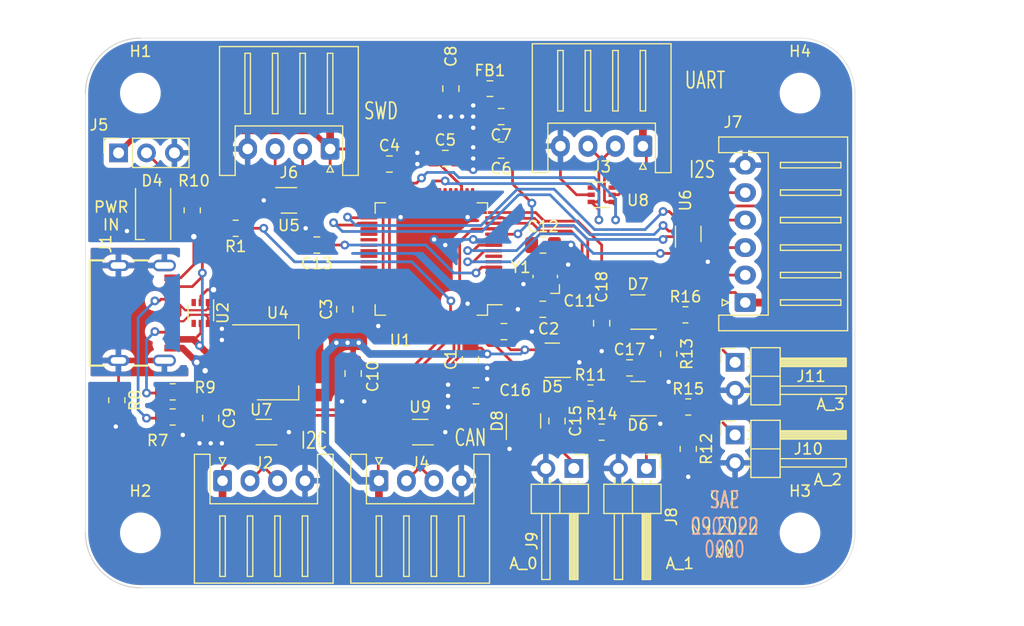
<source format=kicad_pcb>
(kicad_pcb (version 20221018) (generator pcbnew)
  (layers (0 "F.Cu" signal) (31 "B.Cu" signal) (34 "B.Paste" user) (35 "F.Paste" user) (36 "B.SilkS" user "B.Silkscreen") (37 "F.SilkS" user "F.Silkscreen") (38 "B.Mask" user) (39 "F.Mask" user) (44 "Edge.Cuts" user))
  (net 0 "")
  (net 1 "GND")
  (net 2 "+3V3")
  (net 3 "+3.3VA")
  (net 4 "/STM32F412/D+")
  (net 5 "/STM32F412/D-")
  (net 6 "VBUS")
  (net 7 "Net-(R1-Pad1)")
  (net 8 "/STM32F412/HSE_IN")
  (net 9 "/STM32F412/HSE_OUT")
  (net 10 "Net-(C13-Pad1)")
  (net 11 "/STM32F412/SCL")
  (net 12 "/STM32F412/SDA")
  (net 13 "/STM32F412/RX")
  (net 14 "/STM32F412/TX")
  (net 15 "/STM32F412/SWDCLK")
  (net 16 "/STM32F412/SWDIO")
  (net 17 "Net-(J5-Pad2)")
  (net 18 "/STM32F412/CAN_RX")
  (net 19 "/STM32F412/CAN_TX")
  (net 20 "Net-(J1-PadA5)")
  (net 22 "Net-(J1-PadB5)")
  (net 24 "Net-(J1-PadS1)")
  (net 25 "/STM32F412/ADC1_IN1")
  (net 43 "/STM32F412/ADC1_IN0")
  (net 44 "/STM32F412/ADC1_IN2")
  (net 54 "/STM32F412/ADC1_IN3")
  (net 55 "/STM32F412/I2S2_ext_SD")
  (net 56 "/STM32F412/I2S2_SD")
  (net 57 "/STM32F412/I2S2_CK")
  (net 58 "/STM32F412/I2S2_WS")
  (net 59 "Net-(J8-Pad1)")
  (net 67 "Net-(D4-Pad2)")
  (net 68 "Net-(J10-Pad1)")
  (net 69 "Net-(J11-Pad1)")
  (footprint "Capacitor_SMD:C_0805_2012Metric_Pad1.18x1.45mm_HandSolder" (layer "F.Cu") (at 160.02 94.234 -90)
    (fp_text reference "C1")
    (fp_text value "10u")
  )
  (footprint "Capacitor_SMD:C_0805_2012Metric_Pad1.18x1.45mm_HandSolder" (layer "F.Cu") (at 163.068 91.694)
    (fp_text reference "C2")
    (fp_text value "100n")
  )
  (footprint "Capacitor_SMD:C_0805_2012Metric_Pad1.18x1.45mm_HandSolder" (layer "F.Cu") (at 148.59 89.662 90)
    (fp_text reference "C3")
    (fp_text value "100n")
  )
  (footprint "Capacitor_SMD:C_0805_2012Metric_Pad1.18x1.45mm_HandSolder" (layer "F.Cu") (at 152.654 76.454)
    (fp_text reference "C4")
    (fp_text value "100n")
  )
  (footprint "Capacitor_SMD:C_0805_2012Metric_Pad1.18x1.45mm_HandSolder" (layer "F.Cu") (at 157.734 75.946)
    (fp_text reference "C5")
    (fp_text value "100n")
  )
  (footprint "Capacitor_SMD:C_0805_2012Metric_Pad1.18x1.45mm_HandSolder" (layer "F.Cu") (at 162.814 75.184 180)
    (fp_text reference "C6")
    (fp_text value "10n")
  )
  (footprint "Capacitor_SMD:C_0805_2012Metric_Pad1.18x1.45mm_HandSolder" (layer "F.Cu") (at 162.814 72.136 180)
    (fp_text reference "C7")
    (fp_text value "1u")
  )
  (footprint "Capacitor_SMD:C_0805_2012Metric_Pad1.18x1.45mm_HandSolder" (layer "F.Cu") (at 158.242 69.596 -90)
    (fp_text reference "C8")
    (fp_text value "1u")
  )
  (footprint "Package_QFP:LQFP-64_10x10mm_P0.5mm" (layer "F.Cu") (at 156.464 85.09 180)
    (fp_text reference "U1")
    (fp_text value "STM32F412RGTx")
  )
  (footprint "MountingHole:MountingHole_3.2mm_M3_DIN965" (layer "F.Cu") (at 130 70)
    (fp_text reference "H1")
    (fp_text value "MountingHole")
  )
  (footprint "MountingHole:MountingHole_3.2mm_M3_DIN965" (layer "F.Cu") (at 130 110)
    (fp_text reference "H2")
    (fp_text value "MountingHole")
  )
  (footprint "MountingHole:MountingHole_3.2mm_M3_DIN965" (layer "F.Cu") (at 190 110)
    (fp_text reference "H3")
    (fp_text value "MountingHole")
  )
  (footprint "MountingHole:MountingHole_3.2mm_M3_DIN965" (layer "F.Cu") (at 190 70)
    (fp_text reference "H4")
    (fp_text value "MountingHole")
  )
  (footprint "Inductor_SMD:L_0805_2012Metric_Pad1.15x1.40mm_HandSolder" (layer "F.Cu") (at 161.798 69.596)
    (fp_text reference "FB1")
    (fp_text value "Ferrite_Bead_Small")
  )
  (footprint "Package_TO_SOT_SMD:SOT-363_SC-70-6" (layer "F.Cu") (at 135.5 90 -90)
    (fp_text reference "U2")
    (fp_text value "NUP4202")
  )
  (footprint "Capacitor_SMD:C_0805_2012Metric_Pad1.18x1.45mm_HandSolder" (layer "F.Cu") (at 149.352 95.504 -90)
    (fp_text reference "C10")
    (fp_text value "10u")
  )
  (footprint "Resistor_SMD:R_0805_2012Metric_Pad1.20x1.40mm_HandSolder" (layer "F.Cu") (at 138.668 82.296 180)
    (fp_text reference "R1")
    (fp_text value "10k")
  )
  (footprint "Capacitor_SMD:C_0805_2012Metric_Pad1.18x1.45mm_HandSolder" (layer "F.Cu") (at 166.6025 89.662 180)
    (fp_text reference "C11")
    (fp_text value "14p")
  )
  (footprint "Capacitor_SMD:C_0805_2012Metric_Pad1.18x1.45mm_HandSolder" (layer "F.Cu") (at 166.624 83.82)
    (fp_text reference "C12")
    (fp_text value "14p")
  )
  (footprint "Capacitor_SMD:C_0805_2012Metric_Pad1.18x1.45mm_HandSolder" (layer "F.Cu") (at 146.05 83.82 180)
    (fp_text reference "C13")
    (fp_text value "100n")
  )
  (footprint "Connector_PinSocket_2.54mm:PinSocket_1x03_P2.54mm_Vertical" (layer "F.Cu") (at 128.016 75.438 90)
    (fp_text reference "J5")
    (fp_text value "Conn_01x03")
  )
  (footprint "Crystal:Crystal_SMD_Abracon_ABM10-4Pin_2.5x2.0mm" (layer "F.Cu") (at 166.825 86.677 180)
    (fp_text reference "Y1")
    (fp_text value "Crystal_GND24_Small")
  )
  (footprint "Resistor_SMD:R_0805_2012Metric_Pad1.20x1.40mm_HandSolder" (layer "F.Cu") (at 127.858 97.938 -90)
    (fp_text reference "R8")
    (fp_text value "1M")
  )
  (footprint "Connector_JST:JST_XH_S4B-XH-A_1x04_P2.50mm_Horizontal" (layer "F.Cu") (at 137.474 105.262)
    (fp_text reference "J2")
    (fp_text value "Conn_01x04")
  )
  (footprint "Resistor_SMD:R_0805_2012Metric_Pad1.20x1.40mm_HandSolder" (layer "F.Cu") (at 132.938 97.176)
    (fp_text reference "R9")
    (fp_text value "5.11k")
  )
  (footprint "Resistor_SMD:R_0805_2012Metric_Pad1.20x1.40mm_HandSolder" (layer "F.Cu") (at 179.578 90.17)
    (fp_text reference "R16")
    (fp_text value "10k")
  )
  (footprint "Resistor_SMD:R_0805_2012Metric_Pad1.20x1.40mm_HandSolder" (layer "F.Cu") (at 178.054 93.726 -90)
    (fp_text reference "R13")
    (fp_text value "10k")
  )
  (footprint "Resistor_SMD:R_0805_2012Metric_Pad1.20x1.40mm_HandSolder" (layer "F.Cu") (at 170.942 97.282)
    (fp_text reference "R11")
    (fp_text value "10k")
  )
  (footprint "Package_TO_SOT_SMD:SOT-363_SC-70-6" (layer "F.Cu") (at 155.448 100.838 180)
    (fp_text reference "U9")
    (fp_text value "NUP4202")
  )
  (footprint "Connector_JST:JST_XH_S4B-XH-A_1x04_P2.50mm_Horizontal" (layer "F.Cu") (at 151.698 105.262)
    (fp_text reference "J4")
    (fp_text value "Conn_01x04")
  )
  (footprint "Connector_JST:JST_XH_S4B-XH-A_1x04_P2.50mm_Horizontal" (layer "F.Cu") (at 147.26 75.078 180)
    (fp_text reference "J6")
    (fp_text value "Conn_01x04")
  )
  (footprint "Connector_PinHeader_2.54mm:PinHeader_1x02_P2.54mm_Horizontal" (layer "F.Cu") (at 169.423 104.14 -90)
    (fp_text reference "J9")
    (fp_text value "Conn_01x02")
  )
  (footprint "Resistor_SMD:R_0805_2012Metric_Pad1.20x1.40mm_HandSolder" (layer "F.Cu") (at 134.716 80.666 90)
    (fp_text reference "R10")
    (fp_text value "10k")
  )
  (footprint "Connector_JST:JST_XH_S6B-XH-A_1x06_P2.50mm_Horizontal" (layer "F.Cu") (at 185.018 89.054 90)
    (fp_text reference "J7")
    (fp_text value "Conn_01x06")
  )
  (footprint "MyLib:GCT_USB4105-GF-A" (layer "F.Cu") (at 128 90 -90)
    (fp_text reference "J1")
    (fp_text value "USB4105-GF-A")
  )
  (footprint "Capacitor_SMD:C_0805_2012Metric_Pad1.18x1.45mm_HandSolder" (layer "F.Cu") (at 136.398 99.568 -90)
    (fp_text reference "C9")
    (fp_text value "100nF")
  )
  (footprint "Package_TO_SOT_SMD:SOT-23" (layer "F.Cu") (at 175.26 97.79 180)
    (fp_text reference "D6")
    (fp_text value "BAV99")
  )
  (footprint "Capacitor_SMD:C_0805_2012Metric_Pad1.18x1.45mm_HandSolder" (layer "F.Cu") (at 160.528 97.536 180)
    (fp_text reference "C16")
    (fp_text value "100pF")
  )
  (footprint "Package_TO_SOT_SMD:SOT-363_SC-70-6" (layer "F.Cu") (at 171.958 79.248)
    (fp_text reference "U8")
    (fp_text value "NUP4202")
  )
  (footprint "Package_TO_SOT_SMD:SOT-363_SC-70-6" (layer "F.Cu") (at 179.832 82.804 90)
    (fp_text reference "U6")
    (fp_text value "NUP4202")
  )
  (footprint "Capacitor_SMD:C_0805_2012Metric_Pad1.18x1.45mm_HandSolder" (layer "F.Cu") (at 167.894 99.822 -90)
    (fp_text reference "C15")
    (fp_text value "100pF")
  )
  (footprint "Package_TO_SOT_SMD:SOT-23" (layer "F.Cu") (at 164.846 99.822 90)
    (fp_text reference "D8")
    (fp_text value "BAV99")
  )
  (footprint "Connector_PinHeader_2.54mm:PinHeader_1x02_P2.54mm_Horizontal" (layer "F.Cu") (at 184.093 101.092)
    (fp_text reference "J10")
    (fp_text value "Conn_01x02")
  )
  (footprint "Resistor_SMD:R_0805_2012Metric_Pad1.20x1.40mm_HandSolder" (layer "F.Cu") (at 132.938 99.462)
    (fp_text reference "R7")
    (fp_text value "5.11k")
  )
  (footprint "Resistor_SMD:R_0805_2012Metric_Pad1.20x1.40mm_HandSolder" (layer "F.Cu") (at 179.832 102.362 -90)
    (fp_text reference "R12")
    (fp_text value "10k")
  )
  (footprint "Resistor_SMD:R_0805_2012Metric_Pad1.20x1.40mm_HandSolder" (layer "F.Cu") (at 179.832 98.552)
    (fp_text reference "R15")
    (fp_text value "10k")
  )
  (footprint "Capacitor_SMD:C_0805_2012Metric_Pad1.18x1.45mm_HandSolder" (layer "F.Cu") (at 171.958 90.932 -90)
    (fp_text reference "C18")
    (fp_text value "100pF")
  )
  (footprint "Connector_PinHeader_2.54mm:PinHeader_1x02_P2.54mm_Horizontal" (layer "F.Cu") (at 176.027 104.14 -90)
    (fp_text reference "J8")
    (fp_text value "Conn_01x02")
  )
  (footprint "Resistor_SMD:R_0805_2012Metric_Pad1.20x1.40mm_HandSolder" (layer "F.Cu") (at 171.958 100.838)
    (fp_text reference "R14")
    (fp_text value "10k")
  )
  (footprint "LED_SMD:LED_PLCC-2" (layer "F.Cu") (at 131.16 80.92 90)
    (fp_text reference "D4")
    (fp_text value "LED")
  )
  (footprint "Package_TO_SOT_SMD:SOT-23" (layer "F.Cu") (at 167.4645 94.3 180)
    (fp_text reference "D5")
    (fp_text value "BAV99")
  )
  (footprint "Capacitor_SMD:C_0805_2012Metric_Pad1.18x1.45mm_HandSolder" (layer "F.Cu") (at 174.498 94.996)
    (fp_text reference "C17")
    (fp_text value "100pF")
  )
  (footprint "Package_TO_SOT_SMD:SOT-363_SC-70-6" (layer "F.Cu") (at 143.51 79.756)
    (fp_text reference "U5")
    (fp_text value "NUP4202")
  )
  (footprint "Package_TO_SOT_SMD:SOT-23" (layer "F.Cu") (at 175.26 89.916 180)
    (fp_text reference "D7")
    (fp_text value "BAV99")
  )
  (footprint "Connector_JST:JST_XH_S4B-XH-A_1x04_P2.50mm_Horizontal" (layer "F.Cu") (at 175.708 74.824 180)
    (fp_text reference "J3")
    (fp_text value "Conn_01x04")
  )
  (footprint "Connector_PinHeader_2.54mm:PinHeader_1x02_P2.54mm_Horizontal" (layer "F.Cu") (at 184.093 94.488)
    (fp_text reference "J11")
    (fp_text value "Conn_01x02")
  )
  (footprint "Package_TO_SOT_SMD:SOT-363_SC-70-6" (layer "F.Cu") (at 141.224 100.838 180)
    (fp_text reference "U7")
    (fp_text value "NUP4202")
  )
  (footprint "Package_TO_SOT_SMD:SOT-223-3_TabPin2" (layer "F.Cu") (at 142.494 94.488)
    (fp_text reference "U4")
    (fp_text value "AMS1117-3.3")
  )
  (gr_arc (start 195 110) (mid 193.535534 113.535534) (end 190 115) (stroke (width 0.05)) (layer "Edge.Cuts"))
  (gr_line (start 130 65) (end 190 65) (stroke (width 0.05)) (layer "Edge.Cuts"))
  (gr_arc (start 125 70) (mid 126.464466 66.464466) (end 130 65) (stroke (width 0.1)) (layer "Edge.Cuts"))
  (gr_arc (start 130 115) (mid 126.464466 113.535534) (end 125 110) (stroke (width 0.1)) (layer "Edge.Cuts"))
  (gr_arc (start 190 65) (mid 193.535534 66.464466) (end 195 70) (stroke (width 0.05)) (layer "Edge.Cuts"))
  (gr_line (start 195 110) (end 195 70) (stroke (width 0.05)) (layer "Edge.Cuts"))
  (gr_line (start 125 70) (end 125 110) (stroke (width 0.05)) (layer "Edge.Cuts"))
  (gr_line (start 130 115) (end 190 115) (stroke (width 0.05)) (layer "Edge.Cuts"))
  (gr_text "SAE\n09.2022" (at 183.134 108.204) (layer "B.SilkS") (effects (font (size 1.5 1)) (justify mirror)))
  (gr_text "0x00" (at 183.134 111.506) (layer "B.SilkS") (effects (font (size 1.5 1)) (justify mirror)))
  (gr_text "A_1" (at 179.07 112.776) (layer "F.SilkS") (effects (font (size 1 1))))
  (gr_text "I2C" (at 145.796 101.6) (layer "F.SilkS") (effects (font (size 1.5 1))))
  (gr_text "UART" (at 181.356 68.834) (layer "F.SilkS") (effects (font (size 1.5 1))))
  (gr_text "SWD" (at 151.892 71.628) (layer "F.SilkS") (effects (font (size 1.5 1))))
  (gr_text "I2S\n" (at 181.102 76.962) (layer "F.SilkS") (effects (font (size 1.5 1))))
  (gr_text "0x00" (at 183.134 111.506) (layer "F.SilkS") (effects (font (size 1.5 1))))
  (gr_text "A_2\n" (at 192.532 105.156) (layer "F.SilkS") (effects (font (size 1 1))))
  (gr_text "PWR\nIN" (at 127.35 81.174) (layer "F.SilkS") (effects (font (size 1 1))))
  (gr_text "A_3\n" (at 192.786 98.298) (layer "F.SilkS") (effects (font (size 1 1))))
  (gr_text "SAE\n09.2022" (at 183.134 108.204) (layer "F.SilkS") (effects (font (size 1.5 1))))
  (gr_text "CAN" (at 160.02 101.346) (layer "F.SilkS") (effects (font (size 1.5 1))))
  (gr_text "A_0\n" (at 164.846 112.776) (layer "F.SilkS") (effects (font (size 1 1))))
  (segment (start 145.0125 83.82) (end 145.0125 82.3175) (width 0.25) (layer "F.Cu") (net 1))
  (segment (start 148.59 88.6245) (end 148.8745 88.34) (width 0.25) (layer "F.Cu") (net 1))
  (segment (start 153.214 80.824) (end 153.214 79.415) (width 0.25) (layer "F.Cu") (net 1))
  (segment (start 161.544 96.012) (end 160.7605 96.012) (width 0.25) (layer "F.Cu") (net 1))
  (segment (start 179.832 104.902) (end 179.832 103.362) (width 0.25) (layer "F.Cu") (net 1))
  (segment (start 155.194 76.454) (end 153.6915 76.454) (width 0.25) (layer "F.Cu") (net 1))
  (segment (start 135.382 101.854) (end 135.382 101.6215) (width 0.25) (layer "F.Cu") (net 1))
  (segment (start 138.596 91.44) (end 139.344 92.188) (width 0.25) (layer "F.Cu") (net 1))
  (segment (start 168.402 95.25) (end 169.164 95.25) (width 0.25) (layer "F.Cu") (net 1))
  (segment (start 160.274 72.136) (end 161.7765 72.136) (width 0.25) (layer "F.Cu") (net 1))
  (segment (start 181.61 85.344) (end 180.897 85.344) (width 0.25) (layer "F.Cu") (net 1))
  (segment (start 164.846 87.376) (end 166.074 87.376) (width 0.25) (layer "F.Cu") (net 1))
  (segment (start 161.544 94.996) (end 160.2955 94.996) (width 0.25) (layer "F.Cu") (net 1))
  (segment (start 161.0145 75.946) (end 161.7765 75.184) (width 0.25) (layer "F.Cu") (net 1))
  (segment (start 163.576 101.0795) (end 163.896 100.7595) (width 0.25) (layer "F.Cu") (net 1))
  (segment (start 166.883 104.14) (end 166.883 101.8705) (width 0.25) (layer "F.Cu") (net 1))
  (segment (start 159.766 89.154) (end 159.714 89.206) (width 0.25) (layer "F.Cu") (net 1))
  (segment (start 159.714 81.228) (end 159.766 81.28) (width 0.25) (layer "F.Cu") (net 1))
  (segment (start 135.128 94.488) (end 134.366 93.726) (width 0.6) (layer "F.Cu") (net 1))
  (segment (start 167.64 83.947) (end 169.037 83.947) (width 0.25) (layer "F.Cu") (net 1))
  (segment (start 157.988 98.552) (end 158.4745 98.552) (width 0.25) (layer "F.Cu") (net 1))
  (segment (start 133.938 99.462) (end 133.938 97.176) (width 0.25) (layer "F.Cu") (net 1))
  (segment (start 159.4905 97.536) (end 157.988 97.536) (width 0.25) (layer "F.Cu") (net 1))
  (segment (start 156.398 100.838) (end 157.734 100.838) (width 0.25) (layer "F.Cu") (net 1))
  (segment (start 127.858 100.234) (end 127.762 100.33) (width 0.25) (layer "F.Cu") (net 1))
  (segment (start 169.672 79.248) (end 171.008 79.248) (width 0.25) (layer "F.Cu") (net 1))
  (segment (start 135.382 101.6215) (end 136.398 100.6055) (width 0.25) (layer "F.Cu") (net 1))
  (segment (start 136.091 87.884) (end 136.652 87.884) (width 0.25) (layer "F.Cu") (net 1))
  (segment (start 157.988 96.52) (end 158.4745 96.52) (width 0.25) (layer "F.Cu") (net 1))
  (segment (start 158.242 72.136) (end 158.242 70.6335) (width 0.25) (layer "F.Cu") (net 1))
  (segment (start 148.336 97.5575) (end 149.352 96.5415) (width 0.25) (layer "F.Cu") (net 1))
  (segment (start 169.926 95.266) (end 171.942 97.282) (width 0.25) (layer "F.Cu") (net 1))
  (segment (start 128.908 82.42) (end 128.778 82.55) (width 0.25) (layer "F.Cu") (net 1))
  (segment (start 177.784 94.996) (end 178.054 94.726) (width 0.25) (layer "F.Cu") (net 1))
  (segment (start 160.274 75.946) (end 161.0145 75.946) (width 0.25) (layer "F.Cu") (net 1))
  (segment (start 165.565 89.662) (end 164.338 89.662) (width 0.25) (layer "F.Cu") (net 1))
  (segment (start 159.7875 74.93) (end 158.7715 75.946) (width 0.25) (layer "F.Cu") (net 1))
  (segment (start 160.274 71.12) (end 160.7605 71.12) (width 0.25) (layer "F.Cu") (net 1))
  (segment (start 178.054 96.266) (end 178.054 94.726) (width 0.25) (layer "F.Cu") (net 1))
  (segment (start 159.7875 76.962) (end 158.7715 75.946) (width 0.25) (layer "F.Cu") (net 1))
  (segment (start 151.889 90.935) (end 151.889 88.599315) (width 0.25) (layer "F.Cu") (net 1))
  (segment (start 176.1975 91.8695) (end 176.53 92.202) (width 0.25) (layer "F.Cu") (net 1))
  (segment (start 137.414 91.44) (end 138.596 91.44) (width 0.25) (layer "F.Cu") (net 1))
  (segment (start 127.858 98.938) (end 127.858 100.234) (width 0.25) (layer "F.Cu") (net 1))
  (segment (start 157.226 71.6495) (end 158.242 70.6335) (width 0.25) (layer "F.Cu") (net 1))
  (segment (start 167.45 85.852) (end 168.656 85.852) (width 0.25) (layer "F.Cu") (net 1))
  (segment (start 155.194 75.438) (end 154.7075 75.438) (width 0.25) (layer "F.Cu") (net 1))
  (segment (start 145.0125 82.3175) (end 145.034 82.296) (width 0.25) (layer "F.Cu") (net 1))
  (segment (start 169.672 79.248) (end 168.208 77.784) (width 0.25) (layer "F.Cu") (net 1))
  (segment (start 150.368 98.044) (end 150.368 97.5575) (width 0.25) (layer "F.Cu") (net 1))
  (segment (start 160.7605 73.152) (end 161.7765 72.136) (width 0.25) (layer "F.Cu") (net 1))
  (segment (start 159.258 71.6495) (end 158.242 70.6335) (width 0.25) (layer "F.Cu") (net 1))
  (segment (start 135.5 89.05) (end 135.5 88.475) (width 0.25) (layer "F.Cu") (net 1))
  (segment (start 160.274 83.312) (end 160.302 83.34) (width 0.25) (layer "F.Cu") (net 1))
  (segment (start 131.16 82.42) (end 128.908 82.42) (width 0.25) (layer "F.Cu") (net 1))
  (segment (start 151.889 88.599315) (end 151.629685 88.34) (width 0.25) (layer "F.Cu") (net 1))
  (segment (start 151.629685 88.34) (end 150.789 88.34) (width 0.25) (layer "F.Cu") (net 1))
  (segment (start 133.84 93.2) (end 132.755 93.2) (width 0.6) (layer "F.Cu") (net 1))
  (segment (start 159.714 79.415) (end 159.714 81.228) (width 0.25) (layer "F.Cu") (net 1))
  (segment (start 141.224 79.756) (end 142.56 79.756) (width 0.25) (layer "F.Cu") (net 1))
  (segment (start 148.336 98.044) (end 148.336 97.5575) (width 0.25) (layer "F.Cu") (net 1))
  (segment (start 159.714 89.206) (end 159.714 90.765) (width 0.25) (layer "F.Cu") (net 1))
  (segment (start 157.226 72.136) (end 157.226 71.6495) (width 0.25) (layer "F.Cu") (net 1))
  (segment (start 176.1975 98.74) (end 176.1975 98.9815) (width 0.25) (layer "F.Cu") (net 1))
  (segment (start 151.638 91.186) (end 151.889 90.935) (width 0.25) (layer "F.Cu") (net 1))
  (segment (start 154.7075 75.438) (end 153.6915 76.454) (width 0.25) (layer "F.Cu") (net 1))
  (segment (start 160.274 74.93) (end 159.7875 74.93) (width 0.25) (layer "F.Cu") (net 1))
  (segment (start 169.037 83.947) (end 169.164 83.82) (width 0.25) (layer "F.Cu") (net 1))
  (segment (start 163.576 102.362) (end 163.576 101.0795) (width 0.25) (layer "F.Cu") (net 1))
  (segment (start 135.89 95.25) (end 135.128 94.488) (width 0.6) (layer "F.Cu") (net 1))
  (segment (start 142.174 100.838) (end 143.51 100.838) (width 0.25) (layer "F.Cu") (net 1))
  (segment (start 160.7605 96.012) (end 160.02 95.2715) (width 0.25) (layer "F.Cu") (net 1))
  (segment (start 166.074 87.376) (end 166.2 87.502) (width 0.25) (layer "F.Cu") (net 1))
  (segment (start 180.897 85.344) (end 179.832 84.279) (width 0.25) (layer "F.Cu") (net 1))
  (segment (start 136.398 101.854) (end 136.398 100.6055) (width 0.25) (layer "F.Cu") (net 1))
  (segment (start 139.076 92.456) (end 139.344 92.188) (width 0.25) (layer "F.Cu") (net 1))
  (segment (start 150.368 97.5575) (end 149.352 96.5415) (width 0.25) (layer "F.Cu") (net 1))
  (segment (start 133.938 101.012) (end 133.858 101.092) (width 0.25) (layer "F.Cu") (net 1))
  (segment (start 137.414 101.6215) (end 136.398 100.6055) (width 0.25) (layer "F.Cu") (net 1))
  (segment (start 133.672 86.8) (end 132.755 86.8) (width 0.25) (layer "F.Cu") (net 1))
  (segment (start 169.164 95.25) (end 169.926 94.488) (width 0.25) (layer "F.Cu") (net 1))
  (segment (start 135.5 88.475) (end 136.091 87.884) (width 0.25) (layer "F.Cu") (net 1))
  (segment (start 175.5355 94.996) (end 177.784 94.996) (width 0.25) (layer "F.Cu") (net 1))
  (segment (start 133.938 99.462) (end 133.938 101.012) (width 0.25) (layer "F.Cu") (net 1))
  (segment (start 171.958 93.472) (end 171.958 91.9695) (width 0.25) (layer "F.Cu") (net 1))
  (segment (start 158.4745 96.52) (end 159.4905 97.536) (width 0.25) (layer "F.Cu") (net 1))
  (segment (start 166.883 101.8705) (end 167.894 100.8595) (width 0.25) (layer "F.Cu") (net 1))
  (segment (start 134.8615 83.058) (end 134.8615 85.6105) (width 0.25) (layer "F.Cu") (net 1))
  (segment (start 160.7605 71.12) (end 161.7765 72.136) (width 0.25) (layer "F.Cu") (net 1))
  (segment (start 160.302 83.34) (end 162.139 83.34) (width 0.25) (layer "F.Cu") (net 1))
  (segment (start 161.5225 74.93) (end 161.7765 75.184) (width 0.25) (layer "F.Cu") (net 1))
  (segment (start 179.832 84.279) (end 179.832 83.754) (width 0.25) (layer "F.Cu") (net 1))
  (segment (start 160.2955 94.996) (end 160.02 95.2715) (width 0.25) (layer "F.Cu") (net 1))
  (segment (start 160.274 76.962) (end 159.7875 76.962) (width 0.25) (layer "F.Cu") (net 1))
  (segment (start 137.414 92.456) (end 139.076 92.456) (width 0.25) (layer "F.Cu") (net 1))
  (segment (start 153.67 81.28) (end 153.214 80.824) (width 0.25) (layer "F.Cu") (net 1))
  (segment (start 169.926 94.488) (end 169.926 95.266) (width 0.25) (layer "F.Cu") (net 1))
  (segment (start 137.414 101.854) (end 137.414 101.6215) (width 0.25) (layer "F.Cu") (net 1))
  (segment (start 176.1975 90.866) (end 176.1975 91.8695) (width 0.25) (layer "F.Cu") (net 1))
  (segment (start 176.1975 98.9815) (end 177.292 100.076) (width 0.25) (layer "F.Cu") (net 1))
  (segment (start 168.656 85.852) (end 168.91 85.598) (width 0.25) (layer "F.Cu") (net 1))
  (segment (start 160.274 73.152) (end 160.7605 73.152) (width 0.25) (layer "F.Cu") (net 1))
  (segment (start 168.208 77.784) (end 168.208 74.824) (width 0.25) (layer "F.Cu") (net 1))
  (segment (start 164.1055 91.694) (end 165.608 91.694) (width 0.25) (layer "F.Cu") (net 1))
  (segment (start 134.366 93.726) (end 133.84 93.2) (width 0.6) (layer "F.Cu") (net 1))
  (segment (start 159.258 72.136) (end 159.258 71.6495) (width 0.25) (layer "F.Cu") (net 1))
  (segment (start 158.7715 75.946) (end 160.274 75.946) (width 0.25) (layer "F.Cu") (net 1))
  (segment (start 160.274 74.93) (end 161.5225 74.93) (width 0.25) (layer "F.Cu") (net 1))
  (segment (start 158.4745 98.552) (end 159.4905 97.536) (width 0.25) (layer "F.Cu") (net 1))
  (segment (start 148.8745 88.34) (end 150.789 88.34) (width 0.25) (layer "F.Cu") (net 1))
  (segment (start 134.8615 85.6105) (end 133.672 86.8) (width 0.25) (layer "F.Cu") (net 1))
  (via (at 137.414 92.456) (size 0.8) (drill 0.4) (layers "F.Cu" "B.Cu") (net 1))
  (via (at 161.544 96.012) (size 0.8) (drill 0.4) (layers "F.Cu" "B.Cu") (net 1))
  (via (at 161.544 94.996) (size 0.8) (drill 0.4) (layers "F.Cu" "B.Cu") (net 1))
  (via (at 178.054 96.266) (size 0.8) (drill 0.4) (layers "F.Cu" "B.Cu") (net 1))
  (via (at 135.128 94.488) (size 0.9) (drill 0.5) (layers "F.Cu" "B.Cu") (net 1))
  (via (at 157.988 96.52) (size 0.8) (drill 0.4) (layers "F.Cu" "B.Cu") (net 1))
  (via (at 160.274 71.12) (size 0.8) (drill 0.4) (layers "F.Cu" "B.Cu") (net 1))
  (via (at 160.274 75.946) (size 0.8) (drill 0.4) (layers "F.Cu" "B.Cu") (net 1))
  (via (at 160.274 83.312) (size 0.8) (drill 0.4) (layers "F.Cu" "B.Cu") (net 1))
  (via (at 157.988 97.536) (size 0.8) (drill 0.4) (layers "F.Cu" "B.Cu") (net 1))
  (via (at 134.8615 83.058) (size 0.9) (drill 0.5) (layers "F.Cu" "B.Cu") (net 1))
  (via (at 169.164 83.82) (size 0.8) (drill 0.4) (layers "F.Cu" "B.Cu") (net 1))
  (via (at 164.846 87.376) (size 0.8) (drill 0.4) (layers "F.Cu" "B.Cu") (net 1))
  (via (at 159.766 89.154) (size 0.8) (drill 0.4) (layers "F.Cu" "B.Cu") (net 1))
  (via (at 136.652 87.884) (size 0.9) (drill 0.5) (layers "F.Cu" "B.Cu") (net 1))
  (via (at 137.414 101.854) (size 0.8) (drill 0.4) (layers "F.Cu" "B.Cu") (net 1))
  (via (at 150.368 98.044) (size 0.8) (drill 0.4) (layers "F.Cu" "B.Cu") (net 1))
  (via (at 168.91 85.598) (size 0.8) (drill 0.4) (layers "F.Cu" "B.Cu") (net 1))
  (via (at 151.638 91.186) (size 0.8) (drill 0.4) (layers "F.Cu" "B.Cu") (net 1))
  (via (at 160.274 73.152) (size 0.8) (drill 0.4) (layers "F.Cu" "B.Cu") (net 1))
  (via (at 137.414 91.44) (size 0.8) (drill 0.4) (layers "F.Cu" "B.Cu") (net 1))
  (via (at 158.242 72.136) (size 0.8) (drill 0.4) (layers "F.Cu" "B.Cu") (net 1))
  (via (at 127.762 100.33) (size 0.8) (drill 0.4) (layers "F.Cu" "B.Cu") (net 1))
  (via (at 128.778 82.55) (size 0.8) (drill 0.4) (layers "F.Cu" "B.Cu") (net 1))
  (via (at 179.832 104.902) (size 0.8) (drill 0.4) (layers "F.Cu" "B.Cu") (net 1))
  (via (at 181.61 85.344) (size 0.8) (drill 0.4) (layers "F.Cu" "B.Cu") (net 1))
  (via (at 163.576 102.362) (size 0.8) (drill 0.4) (layers "F.Cu" "B.Cu") (net 1))
  (via (at 135.89 95.25) (size 0.9) (drill 0.5) (layers "F.Cu" "B.Cu") (net 1))
  (via (at 169.926 94.488) (size 0.8) (drill 0.4) (layers "F.Cu" "B.Cu") (net 1))
  (via (at 136.398 101.854) (size 0.8) (drill 0.4) (layers "F.Cu" "B.Cu") (net 1))
  (via (at 160.274 72.136) (size 0.8) (drill 0.4) (layers "F.Cu" "B.Cu") (net 1))
  (via (at 171.958 93.472) (size 0.8) (drill 0.4) (layers "F.Cu" "B.Cu") (net 1))
  (via (at 160.274 74.93) (size 0.8) (drill 0.4) (layers "F.Cu" "B.Cu") (net 1))
  (via (at 177.292 100.076) (size 0.8) (drill 0.4) (layers "F.Cu" "B.Cu") (net 1))
  (via (at 157.734 100.838) (size 0.8) (drill 0.4) (layers "F.Cu" "B.Cu") (net 1))
  (via (at 148.336 98.044) (size 0.8) (drill 0.4) (layers "F.Cu" "B.Cu") (net 1))
  (via (at 156.718 83.312) (size 0.8) (drill 0.4) (layers "F.Cu" "B.Cu") (net 1))
  (via (at 145.034 82.296) (size 0.8) (drill 0.4) (layers "F.Cu" "B.Cu") (net 1))
  (via (at 157.988 98.552) (size 0.8) (drill 0.4) (layers "F.Cu" "B.Cu") (net 1))
  (via (at 157.226 72.136) (size 0.8) (drill 0.4) (layers "F.Cu" "B.Cu") (net 1))
  (via (at 141.224 79.756) (size 0.8) (drill 0.4) (layers "F.Cu" "B.Cu") (net 1))
  (via (at 133.858 101.092) (size 0.8) (drill 0.4) (layers "F.Cu" "B.Cu") (net 1))
  (via (at 159.258 72.136) (size 0.8) (drill 0.4) (layers "F.Cu" "B.Cu") (net 1))
  (via (at 135.382 101.854) (size 0.8) (drill 0.4) (layers "F.Cu" "B.Cu") (net 1))
  (via (at 176.53 92.202) (size 0.8) (drill 0.4) (layers "F.Cu" "B.Cu") (net 1))
  (via (at 165.608 91.694) (size 0.8) (drill 0.4) (layers "F.Cu" "B.Cu") (net 1))
  (via (at 143.51 100.838) (size 0.8) (drill 0.4) (layers "F.Cu" "B.Cu") (net 1))
  (via (at 164.338 89.662) (size 0.8) (drill 0.4) (layers "F.Cu" "B.Cu") (net 1))
  (via (at 157.734 83.82) (size 0.8) (drill 0.4) (layers "F.Cu" "B.Cu") (net 1))
  (via (at 159.766 81.28) (size 0.8) (drill 0.4) (layers "F.Cu" "B.Cu") (net 1))
  (via (at 160.274 76.962) (size 0.8) (drill 0.4) (layers "F.Cu" "B.Cu") (net 1))
  (via (at 155.194 76.454) (size 0.8) (drill 0.4) (layers "F.Cu" "B.Cu") (net 1))
  (via (at 155.194 75.438) (size 0.8) (drill 0.4) (layers "F.Cu" "B.Cu") (net 1))
  (via (at 153.67 81.28) (size 0.8) (drill 0.4) (layers "F.Cu" "B.Cu") (net 1))
  (segment (start 158.242 83.312) (end 157.734 83.82) (width 0.25) (layer "B.Cu") (net 1))
  (segment (start 160.274 83.312) (end 158.242 83.312) (width 0.25) (layer "B.Cu") (net 1))
  (segment (start 164.084 108.458) (end 184.404 108.458) (width 0.7) (layer "F.Cu") (net 2))
  (segment (start 138.684 101.853) (end 138.684 102.87) (width 0.25) (layer "F.Cu") (net 2))
  (segment (start 162.0305 91.694) (end 162.0305 88.9485) (width 0.25) (layer "F.Cu") (net 2))
  (segment (start 175.768 73.152) (end 175.708 73.212) (width 0.25) (layer "F.Cu") (net 2))
  (segment (start 179.832 81.329) (end 180.897 80.264) (width 0.25) (layer "F.Cu") (net 2))
  (segment (start 176.022 76.708) (end 176.022 75.138) (width 0.25) (layer "F.Cu") (net 2))
  (segment (start 187.198 99.06) (end 187.452 98.806) (width 0.25) (layer "F.Cu") (net 2))
  (segment (start 155.448 73.406) (end 156.6965 74.6545) (width 0.25) (layer "F.Cu") (net 2))
  (segment (start 175.708 73.212) (end 175.708 74.824) (width 0.7) (layer "F.Cu") (net 2))
  (segment (start 177.292 88.138) (end 184.102 88.138) (width 0.25) (layer "F.Cu") (net 2))
  (segment (start 158.242 68.5585) (end 159.7355 68.5585) (width 0.25) (layer "F.Cu") (net 2))
  (segment (start 172.908 79.248) (end 173.482 79.248) (width 0.25) (layer "F.Cu") (net 2))
  (segment (start 187.452 74.93) (end 184.404 71.882) (width 0.7) (layer "F.Cu") (net 2))
  (segment (start 156.6965 74.6545) (end 156.6965 75.946) (width 0.25) (layer "F.Cu") (net 2))
  (segment (start 158.242 68.5585) (end 157.988 68.3045) (width 0.25) (layer "F.Cu") (net 2))
  (segment (start 168.401671 93.349671) (end 168.402 93.35) (width 0.25) (layer "F.Cu") (net 2))
  (segment (start 158.75 77.978) (end 159.214 78.442) (width 0.25) (layer "F.Cu") (net 2))
  (segment (start 138.684 102.87) (end 137.474 104.08) (width 0.25) (layer "F.Cu") (net 2))
  (segment (start 187.452 105.41) (end 187.452 98.806) (width 0.7) (layer "F.Cu") (net 2))
  (segment (start 185.018 89.054) (end 187.044 89.054) (width 0.7) (layer "F.Cu") (net 2))
  (segment (start 164.968329 93.349671) (end 168.401671 93.349671) (width 0.25) (layer "F.Cu") (net 2))
  (segment (start 165.796 100.7595) (end 164.338 102.2175) (width 0.25) (layer "F.Cu") (net 2))
  (segment (start 140.274 100.838) (end 139.699 100.838) (width 0.25) (layer "F.Cu") (net 2))
  (segment (start 159.214 78.442) (end 159.214 79.415) (width 0.25) (layer "F.Cu") (net 2))
  (segment (start 156.6965 75.946) (end 158.7285 77.978) (width 0.25) (layer "F.Cu") (net 2))
  (segment (start 187.452 98.806) (end 187.452 89.408) (width 0.7) (layer "F.Cu") (net 2))
  (segment (start 187.098 89.054) (end 185.018 89.054) (width 0.7) (layer "F.Cu") (net 2))
  (segment (start 149.966 75.078) (end 151.638 73.406) (width 0.25) (layer "F.Cu") (net 2))
  (segment (start 183.388 99.06) (end 187.198 99.06) (width 0.25) (layer "F.Cu") (net 2))
  (segment (start 145.669267 73.487267) (end 147.26 75.078) (width 0.5) (layer "F.Cu") (net 2))
  (segment (start 149.246 75.078) (end 147.26 75.078) (width 0.25) (layer "F.Cu") (net 2))
  (segment (start 144.46 79.756) (end 145.796 79.756) (width 0.25) (layer "F.Cu") (net 2))
  (segment (start 176.464 88.966) (end 177.292 88.138) (width 0.25) (layer "F.Cu") (net 2))
  (segment (start 154.498 100.838) (end 153.162 100.838) (width 0.25) (layer "F.Cu") (net 2))
  (segment (start 164.338 102.2175) (end 164.338 108.204) (width 0.25) (layer "F.Cu") (net 2))
  (segment (start 177.038 71.882) (end 175.768 73.152) (width 0.7) (layer "F.Cu") (net 2))
  (segment (start 151.6165 76.454) (end 150.622 76.454) (width 0.25) (layer "F.Cu") (net 2))
  (segment (start 184.404 108.458) (end 187.452 105.41) (width 0.7) (layer "F.Cu") (net 2))
  (segment (start 157.988 68.3045) (end 157.988 66.802) (width 0.25) (layer "F.Cu") (net 2))
  (segment (start 152.714 79.415) (end 152.714 77.5515) (width 0.25) (layer "F.Cu") (net 2))
  (segment (start 151.698 107.382) (end 151.698 107.502) (width 0.25) (layer "F.Cu") (net 2))
  (segment (start 184.102 88.138) (end 185.018 89.054) (width 0.25) (layer "F.Cu") (net 2))
  (segment (start 153.162 100.838) (end 151.638 102.362) (width 0.25) (layer "F.Cu") (net 2))
  (segment (start 150.622 108.458) (end 151.698 107.382) (width 0.7) (layer "F.Cu") (net 2))
  (segment (start 161.0145 93.1965) (end 160.02 93.1965) (width 0.25) (layer "F.Cu") (net 2))
  (segment (start 175.768 73.152) (end 169.418 66.802) (width 0.7) (layer "F.Cu") (net 2))
  (segment (start 148.59 90.6995) (end 148.59 90.678) (width 0.25) (layer "F.Cu") (net 2))
  (segment (start 150.622 76.454) (end 149.246 75.078) (width 0.25) (layer "F.Cu") (net 2))
  (segment (start 148.59 90.678) (end 150.428 88.84) (width 0.25) (layer "F.Cu") (net 2))
  (segment (start 129.966733 73.487267) (end 145.669267 73.487267) (width 0.5) (layer "F.Cu") (net 2))
  (segment (start 180.897 80.264) (end 187.452 80.264) (width 0.25) (layer "F.Cu") (net 2))
  (segment (start 176.022 75.138) (end 175.708 74.824) (width 0.25) (layer "F.Cu") (net 2))
  (segment (start 147.26 78.292) (end 147.26 75.078) (width 0.25) (layer "F.Cu") (net 2))
  (segment (start 181.319 96.991) (end 183.388 99.06) (width 0.25) (layer "F.Cu") (net 2))
  (segment (start 169.418 66.802) (end 157.988 66.802) (width 0.7) (layer "F.Cu") (net 2))
  (segment (start 137.474 104.08) (end 137.474 105.262) (width 0.25) (layer "F.Cu") (net 2))
  (segment (start 128.016 75.438) (end 129.966733 73.487267) (width 0.5) (layer "F.Cu") (net 2))
  (segment (start 176.1975 88.966) (end 176.464 88.966) (width 0.25) (layer "F.Cu") (net 2))
  (segment (start 151.638 73.406) (end 155.448 73.406) (width 0.25) (layer "F.Cu") (net 2))
  (segment (start 162.0305 88.9485) (end 162.139 88.84) (width 0.25) (layer "F.Cu") (net 2))
  (segment (start 187.452 89.408) (end 187.098 89.054) (width 0.7) (layer "F.Cu") (net 2))
  (segment (start 152.654 108.458) (end 164.084 108.458) (width 0.7) (layer "F.Cu") (net 2))
  (segment (start 187.044 89.054) (end 187.452 88.646) (width 0.7) (layer "F.Cu") (net 2))
  (segment (start 149.098 66.802) (end 147.26 68.64) (width 0.7) (layer "F.Cu") (net 2))
  (segment (start 151.698 107.502) (end 152.654 108.458) (width 0.7) (layer "F.Cu") (net 2))
  (segment (start 151.698 107.382) (end 151.698 105.262) (width 0.7) (layer "F.Cu") (net 2))
  (segment (start 164.338 108.204) (end 164.084 108.458) (width 0.25) (layer "F.Cu") (net 2))
  (segment (start 184.404 71.882) (end 177.038 71.882) (width 0.7) (layer "F.Cu") (net 2))
  (segment (start 179.832 81.854) (end 179.832 81.329) (width 0.25) (layer "F.Cu") (net 2))
  (segment (start 147.26 68.64) (end 147.26 75.078) (width 0.7) (layer "F.Cu") (net 2))
  (segment (start 150.428 88.84) (end 150.789 88.84) (width 0.25) (layer "F.Cu") (net 2))
  (segment (start 176.1975 96.84) (end 176.3485 96.991) (width 0.25) (layer "F.Cu") (net 2))
  (segment (start 160.214 90.765) (end 160.214 93.3905) (width 0.25) (layer "F.Cu") (net 2))
  (segment (start 145.796 79.756) (end 147.26 78.292) (width 0.25) (layer "F.Cu") (net 2))
  (segment (start 138.684 108.458) (end 150.622 108.458) (width 0.7) (layer "F.Cu") (net 2))
  (segment (start 152.714 77.5515) (end 151.6165 76.454) (width 0.25) (layer "F.Cu") (net 2))
  (segment (start 159.7355 68.5585) (end 160.773 69.596) (width 0.25) (layer "F.Cu") (net 2))
  (segment (start 157.988 66.802) (end 149.098 66.802) (width 0.7) (layer "F.Cu") (net 2))
  (segment (start 137.474 107.248) (end 138.684 108.458) (width 0.7) (layer "F.Cu") (net 2))
  (segment (start 147.26 75.078) (end 149.966 75.078) (width 0.25) (layer "F.Cu") (net 2))
  (segment (start 163.686171 93.349671) (end 164.968329 93.349671) (width 0.25) (layer "F.Cu") (net 2))
  (segment (start 162.0305 91.694) (end 163.686171 93.349671) (width 0.25) (layer "F.Cu") (net 2))
  (segment (start 173.482 79.248) (end 176.022 76.708) (width 0.25) (layer "F.Cu") (net 2))
  (segment (start 151.638 102.362) (end 151.638 105.202) (width 0.25) (layer "F.Cu") (net 2))
  (segment (start 176.3485 96.991) (end 181.319 96.991) (width 0.25) (layer "F.Cu") (net 2))
  (segment (start 151.638 105.202) (end 151.698 105.262) (width 0.25) (layer "F.Cu") (net 2))
  (segment (start 161.544 93.726) (end 161.0145 93.1965) (width 0.25) (layer "F.Cu") (net 2))
  (segment (start 137.474 105.262) (end 137.474 107.248) (width 0.7) (layer "F.Cu") (net 2))
  (segment (start 187.452 88.646) (end 187.452 74.93) (width 0.7) (layer "F.Cu") (net 2))
  (segment (start 139.699 100.838) (end 138.684 101.853) (width 0.25) (layer "F.Cu") (net 2))
  (via (at 149.86 92.71) (size 0.8) (drill 0.4) (layers "F.Cu" "B.Cu") (net 2))
  (via (at 161.544 93.726) (size 0.8) (drill 0.4) (layers "F.Cu" "B.Cu") (net 2))
  (via (at 148.844 92.71) (size 0.8) (drill 0.4) (layers "F.Cu" "B.Cu") (net 2))
  (via (at 164.968329 93.349671) (size 0.8) (drill 0.4) (layers "F.Cu" "B.Cu") (net 2))
  (via (at 147.828 92.71) (size 0.8) (drill 0.4) (layers "F.Cu" "B.Cu") (net 2))
  (segment (start 161.544 93.726) (end 164.592 93.726) (width 0.25) (layer "B.Cu") (net 2))
  (segment (start 147.828 92.71) (end 149.86 92.71) (width 0.7) (layer "B.Cu") (net 2))
  (segment (start 149.966 105.262) (end 151.698 105.262) (width 0.7) (layer "B.Cu") (net 2))
  (segment (start 147.828 92.71) (end 146.812 93.726) (width 0.7) (layer "B.Cu") (net 2))
  (segment (start 146.812 93.726) (end 146.812 102.108) (width 0.7) (layer "B.Cu") (net 2))
  (segment (start 164.592 93.726) (end 164.968329 93.349671) (width 0.25) (layer "B.Cu") (net 2))
  (segment (start 150.876 93.726) (end 161.544 93.726) (width 0.7) (layer "B.Cu") (net 2))
  (segment (start 149.86 92.71) (end 150.876 93.726) (width 0.7) (layer "B.Cu") (net 2))
  (segment (start 146.812 102.108) (end 149.966 105.262) (width 0.7) (layer "B.Cu") (net 2))
  (segment (start 162.139 82.84) (end 164.302 82.84) (width 0.25) (layer "F.Cu") (net 3))
  (segment (start 163.8515 70.3795) (end 163.8515 72.136) (width 0.25) (layer "F.Cu") (net 3))
  (segment (start 163.068 69.596) (end 163.8515 70.3795) (width 0.25) (layer "F.Cu") (net 3))
  (segment (start 163.8515 78.2535) (end 163.8515 75.184) (width 0.25) (layer "F.Cu") (net 3))
  (segment (start 165.608 80.01) (end 163.8515 78.2535) (width 0.25) (layer "F.Cu") (net 3))
  (segment (start 162.823 69.596) (end 163.068 69.596) (width 0.25) (layer "F.Cu") (net 3))
  (segment (start 163.8515 72.136) (end 163.8515 75.184) (width 0.25) (layer "F.Cu") (net 3))
  (segment (start 164.302 82.84) (end 164.338 82.804) (width 0.25) (layer "F.Cu") (net 3))
  (via (at 165.608 80.01) (size 0.8) (drill 0.4) (layers "F.Cu" "B.Cu") (net 3))
  (via (at 164.338 82.804) (size 0.8) (drill 0.4) (layers "F.Cu" "B.Cu") (net 3))
  (segment (start 165.608 81.534) (end 165.608 80.01) (width 0.25) (layer "B.Cu") (net 3))
  (segment (start 164.338 82.804) (end 165.608 81.534) (width 0.25) (layer "B.Cu") (net 3))
  (segment (start 131.88 90.7) (end 131.88 89.8) (width 0.2) (layer "F.Cu") (net 4))
  (segment (start 150.764001 87.315001) (end 147.692685 87.315001) (width 0.2) (layer "F.Cu") (net 4))
  (segment (start 132.755 90.75) (end 131.93 90.75) (width 0.2) (layer "F.Cu") (net 4))
  (segment (start 131.93 89.75) (end 132.755 89.75) (width 0.2) (layer "F.Cu") (net 4))
  (segment (start 147.692685 87.315001) (end 144.837686 90.17) (width 0.2) (layer "F.Cu") (net 4))
  (segment (start 132.755 90.75) (end 133.925 90.75) (width 0.2) (layer "F.Cu") (net 4))
  (segment (start 136.15 90.425) (end 136.15 90.95) (width 0.2) (layer "F.Cu") (net 4))
  (segment (start 144.837686 90.17) (end 135.89 90.17) (width 0.2) (layer "F.Cu") (net 4))
  (segment (start 135.895 90.17) (end 136.15 90.425) (width 0.2) (layer "F.Cu") (net 4))
  (segment (start 133.925 90.75) (end 134.505 90.17) (width 0.2) (layer "F.Cu") (net 4))
  (segment (start 134.505 90.17) (end 135.895 90.17) (width 0.2) (layer "F.Cu") (net 4))
  (segment (start 131.88 89.8) (end 131.93 89.75) (width 0.2) (layer "F.Cu") (net 4))
  (segment (start 150.789 87.34) (end 150.764001 87.315001) (width 0.2) (layer "F.Cu") (net 4))
  (segment (start 131.93 90.75) (end 131.88 90.7) (width 0.2) (layer "F.Cu") (net 4))
  (segment (start 144.78 89.662) (end 136.144 89.662) (width 0.2) (layer "F.Cu") (net 5))
  (segment (start 136.15 89.575) (end 135.975 89.75) (width 0.2) (layer "F.Cu") (net 5))
  (segment (start 150.789 86.84) (end 147.602 86.84) (width 0.2) (layer "F.Cu") (net 5))
  (segment (start 132.755 90.25) (end 133.58 90.25) (width 0.2) (layer "F.Cu") (net 5))
  (segment (start 133.63 90.2) (end 133.63 89.3) (width 0.2) (layer "F.Cu") (net 5))
  (segment (start 134.08 89.75) (end 133.58 89.25) (width 0.2) (layer "F.Cu") (net 5))
  (segment (start 136.15 89.05) (end 136.15 89.575) (width 0.2) (layer "F.Cu") (net 5))
  (segment (start 147.602 86.84) (end 144.78 89.662) (width 0.2) (layer "F.Cu") (net 5))
  (segment (start 133.58 89.25) (end 132.755 89.25) (width 0.2) (layer "F.Cu") (net 5))
  (segment (start 133.63 89.3) (end 133.58 89.25) (width 0.2) (layer "F.Cu") (net 5))
  (segment (start 133.58 90.25) (end 133.63 90.2) (width 0.2) (layer "F.Cu") (net 5))
  (segment (start 135.975 89.75) (end 134.08 89.75) (width 0.2) (layer "F.Cu") (net 5))
  (segment (start 135.636 86.684016) (end 135.636 86.36) (width 0.25) (layer "F.Cu") (net 6))
  (segment (start 134.983 92.337) (end 135.5 91.82) (width 0.25) (layer "F.Cu") (net 6))
  (segment (start 135.5 91.82) (end 135.5 90.95) (width 0.25) (layer "F.Cu") (net 6))
  (segment (start 134.720016 87.6) (end 135.636 86.684016) (width 0.25) (layer "F.Cu") (net 6))
  (segment (start 132.755 87.6) (end 134.720016 87.6) (width 0.25) (layer "F.Cu") (net 6))
  (segment (start 135.636 86.36) (end 135.636 82.586) (width 0.25) (layer "F.Cu") (net 6))
  (segment (start 137.16 96.52) (end 137.428 96.788) (width 0.7) (layer "F.Cu") (net 6))
  (segment (start 135.382 92.964) (end 137.16 94.742) (width 0.6) (layer "F.Cu") (net 6))
  (segment (start 136.398 98.5305) (end 137.16 97.7685) (width 0.7) (layer "F.Cu") (net 6))
  (segment (start 135.636 82.586) (end 134.716 81.666) (width 0.25) (layer "F.Cu") (net 6))
  (segment (start 132.755 92.4) (end 134.818 92.4) (width 0.6) (layer "F.Cu") (net 6))
  (segment (start 134.818 92.4) (end 135.382 92.964) (width 0.6) (layer "F.Cu") (net 6))
  (segment (start 137.16 97.7685) (end 137.16 96.52) (width 0.7) (layer "F.Cu") (net 6))
  (segment (start 137.16 94.742) (end 137.16 96.52) (width 0.7) (layer "F.Cu") (net 6))
  (segment (start 137.428 96.788) (end 139.344 96.788) (width 0.7) (layer "F.Cu") (net 6))
  (via (at 135.636 86.36) (size 0.8) (drill 0.4) (layers "F.Cu" "B.Cu") (net 6))
  (via (at 135.382 92.964) (size 0.8) (drill 0.4) (layers "F.Cu" "B.Cu") (net 6))
  (segment (start 135.636 92.71) (end 135.382 92.964) (width 0.25) (layer "B.Cu") (net 6))
  (segment (start 135.636 86.36) (end 135.636 92.71) (width 0.25) (layer "B.Cu") (net 6))
  (segment (start 139.668 82.296) (end 141.224 82.296) (width 0.25) (layer "F.Cu") (net 7))
  (segment (start 158.214 90.765) (end 158.214 88.928) (width 0.25) (layer "F.Cu") (net 7))
  (segment (start 158.214 88.928) (end 158.242 88.9) (width 0.25) (layer "F.Cu") (net 7))
  (via (at 158.242 88.9) (size 0.8) (drill 0.4) (layers "F.Cu" "B.Cu") (net 7))
  (via (at 141.224 82.296) (size 0.8) (drill 0.4) (layers "F.Cu" "B.Cu") (net 7))
  (segment (start 154.686 85.344) (end 158.242 88.9) (width 0.25) (layer "B.Cu") (net 7))
  (segment (start 144.018 85.344) (end 154.686 85.344) (width 0.25) (layer "B.Cu") (net 7))
  (segment (start 141.224 82.296) (end 141.224 82.55) (width 0.25) (layer "B.Cu") (net 7))
  (segment (start 141.224 82.55) (end 144.018 85.344) (width 0.25) (layer "B.Cu") (net 7))
  (segment (start 167.26 88.392) (end 164.531685 88.392) (width 0.25) (layer "F.Cu") (net 8))
  (segment (start 162.979685 86.84) (end 162.139 86.84) (width 0.25) (layer "F.Cu") (net 8))
  (segment (start 164.531685 88.392) (end 162.979685 86.84) (width 0.25) (layer "F.Cu") (net 8))
  (segment (start 167.64 89.662) (end 167.64 87.692) (width 0.25) (layer "F.Cu") (net 8))
  (segment (start 167.45 87.502) (end 167.45 88.202) (width 0.25) (layer "F.Cu") (net 8))
  (segment (start 167.64 87.692) (end 167.45 87.502) (width 0.25) (layer "F.Cu") (net 8))
  (segment (start 167.45 88.202) (end 167.26 88.392) (width 0.25) (layer "F.Cu") (net 8))
  (segment (start 165.712 86.34) (end 166.2 85.852) (width 0.25) (layer "F.Cu") (net 9))
  (segment (start 162.139 86.34) (end 165.712 86.34) (width 0.25) (layer "F.Cu") (net 9))
  (segment (start 166.2 84.582) (end 165.565 83.947) (width 0.25) (layer "F.Cu") (net 9))
  (segment (start 166.2 85.852) (end 166.2 84.582) (width 0.25) (layer "F.Cu") (net 9))
  (segment (start 147.0875 83.82) (end 148.59 83.82) (width 0.25) (layer "F.Cu") (net 10))
  (segment (start 161.048 85.84) (end 160.528 86.36) (width 0.25) (layer "F.Cu") (net 10))
  (segment (start 162.139 85.84) (end 161.048 85.84) (width 0.25) (layer "F.Cu") (net 10))
  (via (at 160.528 86.36) (size 0.8) (drill 0.4) (layers "F.Cu" "B.Cu") (net 10))
  (via (at 148.59 83.82) (size 0.8) (drill 0.4) (layers "F.Cu" "B.Cu") (net 10))
  (segment (start 158.496 86.36) (end 160.528 86.36) (width 0.25) (layer "B.Cu") (net 10))
  (segment (start 148.59 83.82) (end 155.956 83.82) (width 0.25) (layer "B.Cu") (net 10))
  (segment (start 155.956 83.82) (end 158.496 86.36) (width 0.25) (layer "B.Cu") (net 10))
  (segment (start 140.799 100.188) (end 140.274 100.188) (width 0.25) (layer "F.Cu") (net 11))
  (segment (start 140.97 100.359) (end 140.97 100.076) (width 0.25) (layer "F.Cu") (net 11))
  (segment (start 140.97 104.266) (end 140.97 100.359) (width 0.25) (layer "F.Cu") (net 11))
  (segment (start 140.97 100.359) (end 140.799 100.188) (width 0.25) (layer "F.Cu") (net 11))
  (segment (start 150.876 98.806) (end 157.214 92.468) (width 0.25) (layer "F.Cu") (net 11))
  (segment (start 140.97 100.076) (end 142.24 98.806) (width 0.25) (layer "F.Cu") (net 11))
  (segment (start 139.974 105.262) (end 140.97 104.266) (width 0.25) (layer "F.Cu") (net 11))
  (segment (start 142.24 98.806) (end 150.876 98.806) (width 0.25) (layer "F.Cu") (net 11))
  (segment (start 157.214 92.468) (end 157.214 90.765) (width 0.25) (layer "F.Cu") (net 11))
  (segment (start 142.473 99.314) (end 151.13 99.314) (width 0.25) (layer "F.Cu") (net 12))
  (segment (start 151.13 99.314) (end 157.714 92.73) (width 0.25) (layer "F.Cu") (net 12))
  (segment (start 141.478 100.309) (end 142.473 99.314) (width 0.25) (layer "F.Cu") (net 12))
  (segment (start 141.599 100.188) (end 141.478 100.309) (width 0.25) (layer "F.Cu") (net 12))
  (segment (start 157.714 92.73) (end 157.714 90.765) (width 0.25) (layer "F.Cu") (net 12))
  (segment (start 141.478 100.309) (end 141.478 104.266) (width 0.25) (layer "F.Cu") (net 12))
  (segment (start 142.174 100.188) (end 141.599 100.188) (width 0.25) (layer "F.Cu") (net 12))
  (segment (start 141.478 104.266) (end 142.474 105.262) (width 0.25) (layer "F.Cu") (net 12))
  (segment (start 171.704 75.82) (end 170.708 74.824) (width 0.25) (layer "F.Cu") (net 13))
  (segment (start 157.718951 77.993049) (end 156.795266 77.993049) (width 0.25) (layer "F.Cu") (net 13))
  (segment (start 171.533 79.898) (end 171.704 79.727) (width 0.25) (layer "F.Cu") (net 13))
  (segment (start 171.008 79.898) (end 171.533 79.898) (width 0.25) (layer "F.Cu") (net 13))
  (segment (start 156.795266 77.993049) (end 156.214 78.574315) (width 0.25) (layer "F.Cu") (net 13))
  (segment (start 156.214 78.574315) (end 156.214 79.415) (width 0.25) (layer "F.Cu") (net 13))
  (segment (start 171.704 80.594) (end 171.008 79.898) (width 0.25) (layer "F.Cu") (net 13))
  (segment (start 171.704 81.534) (end 171.704 80.594) (width 0.25) (layer "F.Cu") (net 13))
  (segment (start 171.704 79.727) (end 171.704 75.82) (width 0.25) (layer "F.Cu") (net 13))
  (via (at 157.718951 77.993049) (size 0.8) (drill 0.4) (layers "F.Cu" "B.Cu") (net 13))
  (via (at 171.704 81.534) (size 0.8) (drill 0.4) (layers "F.Cu" "B.Cu") (net 13))
  (segment (start 171.704 78.994) (end 171.704 81.534) (width 0.25) (layer "B.Cu") (net 13))
  (segment (start 157.718951 77.993049) (end 157.957902 78.232) (width 0.25) (layer "B.Cu") (net 13))
  (segment (start 170.942 78.232) (end 171.704 78.994) (width 0.25) (layer "B.Cu") (net 13))
  (segment (start 157.957902 78.232) (end 170.942 78.232) (width 0.25) (layer "B.Cu") (net 13))
  (segment (start 172.212 75.82) (end 173.208 74.824) (width 0.25) (layer "F.Cu") (net 14))
  (segment (start 172.333 79.898) (end 172.212 79.777) (width 0.25) (layer "F.Cu") (net 14))
  (segment (start 173.228 81.534) (end 173.228 80.218) (width 0.25) (layer "F.Cu") (net 14))
  (segment (start 154.214 78.574315) (end 154.593315 78.195) (width 0.25) (layer "F.Cu") (net 14))
  (segment (start 155.104 78.195) (end 155.575 77.724) (width 0.25) (layer "F.Cu") (net 14))
  (segment (start 173.228 80.218) (end 172.908 79.898) (width 0.25) (layer "F.Cu") (net 14))
  (segment (start 172.212 79.777) (end 172.212 75.82) (width 0.25) (layer "F.Cu") (net 14))
  (segment (start 154.214 79.415) (end 154.214 78.574315) (width 0.25) (layer "F.Cu") (net 14))
  (segment (start 172.908 79.898) (end 172.333 79.898) (width 0.25) (layer "F.Cu") (net 14))
  (segment (start 154.593315 78.195) (end 155.104 78.195) (width 0.25) (layer "F.Cu") (net 14))
  (via (at 173.228 81.534) (size 0.8) (drill 0.4) (layers "F.Cu" "B.Cu") (net 14))
  (via (at 155.575 77.724) (size 0.8) (drill 0.4) (layers "F.Cu" "B.Cu") (net 14))
  (segment (start 173.228 79.627604) (end 173.228 81.534) (width 0.25) (layer "B.Cu") (net 14))
  (segment (start 171.287396 77.687) (end 173.228 79.627604) (width 0.25) (layer "B.Cu") (net 14))
  (segment (start 155.575 77.724) (end 156.083 77.216) (width 0.25) (layer "B.Cu") (net 14))
  (segment (start 158.496 77.216) (end 158.967 77.687) (width 0.25) (layer "B.Cu") (net 14))
  (segment (start 156.083 77.216) (end 158.496 77.216) (width 0.25) (layer "B.Cu") (net 14))
  (segment (start 158.967 77.687) (end 171.287396 77.687) (width 0.25) (layer "B.Cu") (net 14))
  (segment (start 152.714 90.765) (end 152.654 90.705) (width 0.25) (layer "F.Cu") (net 15))
  (segment (start 143.706 78.798) (end 144.76 77.744) (width 0.25) (layer "F.Cu") (net 15))
  (segment (start 144.76 77.744) (end 144.76 75.078) (width 0.25) (layer "F.Cu") (net 15))
  (segment (start 150.622 78.994) (end 147.32 78.994) (width 0.25) (layer "F.Cu") (net 15))
  (segment (start 143.706 80.227) (end 143.706 78.798) (width 0.25) (layer "F.Cu") (net 15))
  (segment (start 152.654 81.026) (end 150.622 78.994) (width 0.25) (layer "F.Cu") (net 15))
  (segment (start 147.32 78.994) (end 145.908 80.406) (width 0.25) (layer "F.Cu") (net 15))
  (segment (start 145.908 80.406) (end 144.46 80.406) (width 0.25) (layer "F.Cu") (net 15))
  (segment (start 143.885 80.406) (end 143.706 80.227) (width 0.25) (layer "F.Cu") (net 15))
  (segment (start 152.654 90.705) (end 152.654 81.026) (width 0.25) (layer "F.Cu") (net 15))
  (segment (start 144.46 80.406) (end 143.885 80.406) (width 0.25) (layer "F.Cu") (net 15))
  (segment (start 143.085 80.406) (end 142.56 80.406) (width 0.25) (layer "F.Cu") (net 16))
  (segment (start 143.256 80.235) (end 143.085 80.406) (width 0.25) (layer "F.Cu") (net 16))
  (segment (start 143.764 81.026) (end 146.05 81.026) (width 0.25) (layer "F.Cu") (net 16))
  (segment (start 152.081802 81.090198) (end 152.081802 87.694198) (width 0.25) (layer "F.Cu") (net 16))
  (segment (start 152.081802 87.694198) (end 151.936 87.84) (width 0.25) (layer "F.Cu") (net 16))
  (segment (start 143.256 80.235) (end 143.256 80.518) (width 0.25) (layer "F.Cu") (net 16))
  (segment (start 143.256 80.518) (end 143.764 81.026) (width 0.25) (layer "F.Cu") (net 16))
  (segment (start 142.26 75.078) (end 142.26 77.744) (width 0.25) (layer "F.Cu") (net 16))
  (segment (start 147.574 79.502) (end 150.493604 79.502) (width 0.25) (layer "F.Cu") (net 16))
  (segment (start 142.26 77.744) (end 143.256 78.74) (width 0.25) (layer "F.Cu") (net 16))
  (segment (start 143.256 78.74) (end 143.256 80.235) (width 0.25) (layer "F.Cu") (net 16))
  (segment (start 146.05 81.026) (end 147.574 79.502) (width 0.25) (layer "F.Cu") (net 16))
  (segment (start 150.493604 79.502) (end 152.081802 81.090198) (width 0.25) (layer "F.Cu") (net 16))
  (segment (start 151.936 87.84) (end 150.789 87.84) (width 0.25) (layer "F.Cu") (net 16))
  (segment (start 137.668 81.004827) (end 137.668 82.296) (width 0.25) (layer "F.Cu") (net 17))
  (segment (start 133.859 78.741) (end 135.404173 78.741) (width 0.25) (layer "F.Cu") (net 17))
  (segment (start 135.404173 78.741) (end 137.668 81.004827) (width 0.25) (layer "F.Cu") (net 17))
  (segment (start 130.556 75.438) (end 133.859 78.741) (width 0.25) (layer "F.Cu") (net 17))
  (segment (start 155.194 100.309) (end 155.194 97.153604) (width 0.25) (layer "F.Cu") (net 18))
  (segment (start 155.194 104.266) (end 154.198 105.262) (width 0.25) (layer "F.Cu") (net 18))
  (segment (start 155.194 100.309) (end 155.194 104.266) (width 0.25) (layer "F.Cu") (net 18))
  (segment (start 154.498 100.188) (end 155.073 100.188) (width 0.25) (layer "F.Cu") (net 18))
  (segment (start 155.073 100.188) (end 155.194 100.309) (width 0.25) (layer "F.Cu") (net 18))
  (segment (start 158.52 92.434431) (end 158.739 92.215431) (width 0.25) (layer "F.Cu") (net 18))
  (segment (start 155.194 97.153604) (end 158.52 93.827604) (width 0.25) (layer "F.Cu") (net 18))
  (segment (start 158.739 92.215431) (end 158.739 90.424) (width 0.25) (layer "F.Cu") (net 18))
  (segment (start 158.52 93.827604) (end 158.52 92.434431) (width 0.25) (layer "F.Cu") (net 18))
  (segment (start 159.214 92.376827) (end 158.97 92.620827) (width 0.25) (layer "F.Cu") (net 19))
  (segment (start 156.398 100.188) (end 155.823 100.188) (width 0.25) (layer "F.Cu") (net 19))
  (segment (start 158.97 92.620827) (end 158.97 94.014) (width 0.25) (layer "F.Cu") (net 19))
  (segment (start 158.97 94.014) (end 155.702 97.282) (width 0.25) (layer "F.Cu") (net 19))
  (segment (start 155.702 100.309) (end 155.702 104.266) (width 0.25) (layer "F.Cu") (net 19))
  (segment (start 155.702 97.282) (end 155.702 100.309) (width 0.25) (layer "F.Cu") (net 19))
  (segment (start 155.823 100.188) (end 155.702 100.309) (width 0.25) (layer "F.Cu") (net 19))
  (segment (start 155.702 104.266) (end 156.698 105.262) (width 0.25) (layer "F.Cu") (net 19))
  (segment (start 159.214 90.765) (end 159.214 92.376827) (width 0.25) (layer "F.Cu") (net 19))
  (segment (start 131.88 88.75) (end 132.755 88.75) (width 0.25) (layer "F.Cu") (net 20))
  (segment (start 131.832 99.568) (end 131.938 99.462) (width 0.25) (layer "F.Cu") (net 20))
  (segment (start 131.318 88.9) (end 131.73 88.9) (width 0.25) (layer "F.Cu") (net 20))
  (segment (start 130.556 99.568) (end 131.832 99.568) (width 0.25) (layer "F.Cu") (net 20))
  (segment (start 131.73 88.9) (end 131.88 88.75) (width 0.25) (layer "F.Cu") (net 20))
  (via (at 131.318 88.9) (size 0.8) (drill 0.4) (layers "F.Cu" "B.Cu") (net 20))
  (via (at 130.556 99.568) (size 0.8) (drill 0.4) (layers "F.Cu" "B.Cu") (net 20))
  (segment (start 129.794 90.424) (end 131.318 88.9) (width 0.25) (layer "B.Cu") (net 20))
  (segment (start 129.794 98.806) (end 129.794 90.424) (width 0.25) (layer "B.Cu") (net 20))
  (segment (start 130.556 99.568) (end 129.794 98.806) (width 0.25) (layer "B.Cu") (net 20))
  (segment (start 131.374 91.75) (end 131.318 91.694) (width 0.25) (layer "F.Cu") (net 22))
  (segment (start 132.755 91.75) (end 131.374 91.75) (width 0.25) (layer "F.Cu") (net 22))
  (segment (start 131.832 97.282) (end 131.938 97.176) (width 0.25) (layer "F.Cu") (net 22))
  (segment (start 130.556 97.282) (end 131.832 97.282) (width 0.25) (layer "F.Cu") (net 22))
  (via (at 130.556 97.282) (size 0.8) (drill 0.4) (layers "F.Cu" "B.Cu") (net 22))
  (via (at 131.318 91.694) (size 0.8) (drill 0.4) (layers "F.Cu" "B.Cu") (net 22))
  (segment (start 130.556 97.282) (end 130.556 92.456) (width 0.25) (layer "B.Cu") (net 22))
  (segment (start 130.556 92.456) (end 131.318 91.694) (width 0.25) (layer "B.Cu") (net 22))
  (segment (start 127.858 96.938) (end 128.016 96.78) (width 0.25) (layer "F.Cu") (net 24))
  (segment (start 128.016 94.336) (end 128 94.32) (width 0.25) (layer "F.Cu") (net 24))
  (segment (start 128.016 96.78) (end 128.016 94.336) (width 0.25) (layer "F.Cu") (net 24))
  (segment (start 169.164 82.55) (end 170.18 83.566) (width 0.25) (layer "F.Cu") (net 25))
  (segment (start 162.139 81.84) (end 165.658604 81.84) (width 0.25) (layer "F.Cu") (net 25))
  (segment (start 166.527 95.915) (end 167.894 97.282) (width 0.25) (layer "F.Cu") (net 25))
  (segment (start 166.527 94.3) (end 166.527 95.915) (width 0.25) (layer "F.Cu") (net 25))
  (segment (start 169.3965 97.282) (end 167.894 98.7845) (width 0.25) (layer "F.Cu") (net 25))
  (segment (start 166.368604 82.55) (end 169.164 82.55) (width 0.25) (layer "F.Cu") (net 25))
  (segment (start 168.9045 98.7845) (end 170.958 100.838) (width 0.25) (layer "F.Cu") (net 25))
  (segment (start 167.894 98.7845) (end 168.9045 98.7845) (width 0.25) (layer "F.Cu") (net 25))
  (segment (start 169.088695 94.3) (end 166.527 94.3) (width 0.25) (layer "F.Cu") (net 25))
  (segment (start 170.18 93.208695) (end 169.088695 94.3) (width 0.25) (layer "F.Cu") (net 25))
  (segment (start 169.942 97.282) (end 169.3965 97.282) (width 0.25) (layer "F.Cu") (net 25))
  (segment (start 165.658604 81.84) (end 166.368604 82.55) (width 0.25) (layer "F.Cu") (net 25))
  (segment (start 170.18 83.566) (end 170.18 93.208695) (width 0.25) (layer "F.Cu") (net 25))
  (segment (start 167.894 97.282) (end 169.942 97.282) (width 0.25) (layer "F.Cu") (net 25))
  (segment (start 161.118 89.24) (end 159.041 87.163) (width 0.25) (layer "F.Cu") (net 43))
  (segment (start 168.944 100.283827) (end 168.482173 99.822) (width 0.25) (layer "F.Cu") (net 43))
  (segment (start 161.5655 97.536) (end 162.914 98.8845) (width 0.25) (layer "F.Cu") (net 43))
  (segment (start 161.674827 92.964) (end 161.118 92.407173) (width 0.25) (layer "F.Cu") (net 43))
  (segment (start 168.944 102.074) (end 168.944 100.283827) (width 0.25) (layer "F.Cu") (net 43))
  (segment (start 162.306 92.964) (end 161.674827 92.964) (width 0.25) (layer "F.Cu") (net 43))
  (segment (start 168.402 102.616) (end 168.944 102.074) (width 0.25) (layer "F.Cu") (net 43))
  (segment (start 166.267751 99.822) (end 165.330251 98.8845) (width 0.25) (layer "F.Cu") (net 43))
  (segment (start 162.914 98.8845) (end 164.846 98.8845) (width 0.25) (layer "F.Cu") (net 43))
  (segment (start 169.423 103.637) (end 168.402 102.616) (width 0.25) (layer "F.Cu") (net 43))
  (segment (start 160.195695 82.365) (end 162.114 82.365) (width 0.25) (layer "F.Cu") (net 43))
  (segment (start 164.846 98.8845) (end 164.846 95.504) (width 0.25) (layer "F.Cu") (net 43))
  (segment (start 164.846 95.504) (end 162.306 92.964) (width 0.25) (layer "F.Cu") (net 43))
  (segment (start 168.482173 99.822) (end 166.267751 99.822) (width 0.25) (layer "F.Cu") (net 43))
  (segment (start 165.330251 98.8845) (end 164.846 98.8845) (width 0.25) (layer "F.Cu") (net 43))
  (segment (start 161.118 92.407173) (end 161.118 89.24) (width 0.25) (layer "F.Cu") (net 43))
  (segment (start 169.423 104.14) (end 169.423 103.637) (width 0.25) (layer "F.Cu") (net 43))
  (segment (start 159.041 87.163) (end 159.041 83.519695) (width 0.25) (layer "F.Cu") (net 43))
  (segment (start 159.041 83.519695) (end 160.195695 82.365) (width 0.25) (layer "F.Cu") (net 43))
  (segment (start 165.845 81.39) (end 163.029685 81.39) (width 0.25) (layer "F.Cu") (net 44))
  (segment (start 163.029685 81.39) (end 162.979685 81.34) (width 0.25) (layer "F.Cu") (net 44))
  (segment (start 173.4605 94.996) (end 171.704 94.996) (width 0.25) (layer "F.Cu") (net 44))
  (segment (start 174.3225 95.858) (end 174.3225 97.79) (width 0.25) (layer "F.Cu") (net 44))
  (segment (start 173.4605 94.996) (end 174.3225 95.858) (width 0.25) (layer "F.Cu") (net 44))
  (segment (start 171.704 94.996) (end 170.688 93.98) (width 0.25) (layer "F.Cu") (net 44))
  (segment (start 166.555 82.1) (end 165.845 81.39) (width 0.25) (layer "F.Cu") (net 44))
  (segment (start 170.688 83.312) (end 169.476 82.1) (width 0.25) (layer "F.Cu") (net 44))
  (segment (start 170.688 93.98) (end 170.688 83.312) (width 0.25) (layer "F.Cu") (net 44))
  (segment (start 162.979685 81.34) (end 162.139 81.34) (width 0.25) (layer "F.Cu") (net 44))
  (segment (start 178.832 100.362) (end 179.832 101.362) (width 0.25) (layer "F.Cu") (net 44))
  (segment (start 178.832 98.552) (end 178.832 100.362) (width 0.25) (layer "F.Cu") (net 44))
  (segment (start 169.476 82.1) (end 166.555 82.1) (width 0.25) (layer "F.Cu") (net 44))
  (segment (start 178.07 97.79) (end 178.832 98.552) (width 0.25) (layer "F.Cu") (net 44))
  (segment (start 174.3225 97.79) (end 178.07 97.79) (width 0.25) (layer "F.Cu") (net 44))
  (segment (start 174.3225 89.916) (end 171.9795 89.916) (width 0.25) (layer "F.Cu") (net 54))
  (segment (start 165.956396 80.865) (end 166.741396 81.65) (width 0.25) (layer "F.Cu") (net 54))
  (segment (start 178.578 92.202) (end 178.054 92.726) (width 0.25) (layer "F.Cu") (net 54))
  (segment (start 166.741396 81.65) (end 169.788 81.65) (width 0.25) (layer "F.Cu") (net 54))
  (segment (start 171.9795 89.916) (end 171.958 89.8945) (width 0.25) (layer "F.Cu") (net 54))
  (segment (start 178.324 89.916) (end 178.578 90.17) (width 0.25) (layer "F.Cu") (net 54))
  (segment (start 171.958 83.82) (end 171.958 89.8945) (width 0.25) (layer "F.Cu") (net 54))
  (segment (start 169.788 81.65) (end 171.958 83.82) (width 0.25) (layer "F.Cu") (net 54))
  (segment (start 160.214 79.415) (end 160.214 80.204) (width 0.25) (layer "F.Cu") (net 54))
  (segment (start 174.3225 89.916) (end 178.324 89.916) (width 0.25) (layer "F.Cu") (net 54))
  (segment (start 160.875 80.865) (end 165.956396 80.865) (width 0.25) (layer "F.Cu") (net 54))
  (segment (start 178.578 90.17) (end 178.578 92.202) (width 0.25) (layer "F.Cu") (net 54))
  (segment (start 160.214 80.204) (end 160.875 80.865) (width 0.25) (layer "F.Cu") (net 54))
  (segment (start 179.182 84.329) (end 179.182 83.754) (width 0.25) (layer "F.Cu") (net 55))
  (segment (start 185.018 86.554) (end 181.407 86.554) (width 0.25) (layer "F.Cu") (net 55))
  (segment (start 179.07 84.582) (end 179.182 84.47) (width 0.25) (layer "F.Cu") (net 55))
  (segment (start 159.766 85.344) (end 160.294315 85.344) (width 0.25) (layer "F.Cu") (net 55))
  (segment (start 160.294315 85.344) (end 161.298315 84.34) (width 0.25) (layer "F.Cu") (net 55))
  (segment (start 179.182 84.47) (end 179.182 83.754) (width 0.25) (layer "F.Cu") (net 55))
  (segment (start 181.407 86.554) (end 179.182 84.329) (width 0.25) (layer "F.Cu") (net 55))
  (segment (start 161.298315 84.34) (end 162.139 84.34) (width 0.25) (layer "F.Cu") (net 55))
  (segment (start 177.292 84.582) (end 179.07 84.582) (width 0.25) (layer "F.Cu") (net 55))
  (via (at 177.292 84.582) (size 0.8) (drill 0.4) (layers "F.Cu" "B.Cu") (net 55))
  (via (at 159.766 85.344) (size 0.8) (drill 0.4) (layers "F.Cu" "B.Cu") (net 55))
  (segment (start 166.37 82.804) (end 169.418 82.804) (width 0.25) (layer "B.Cu") (net 55))
  (segment (start 169.418 82.804) (end 171.196 84.582) (width 0.25) (layer "B.Cu") (net 55))
  (segment (start 163.83 85.344) (end 166.37 82.804) (width 0.25) (layer "B.Cu") (net 55))
  (segment (start 171.196 84.582) (end 177.292 84.582) (width 0.25) (layer "B.Cu") (net 55))
  (segment (start 159.766 85.344) (end 163.83 85.344) (width 0.25) (layer "B.Cu") (net 55))
  (segment (start 177.546 83.312) (end 177.8 83.058) (width 0.25) (layer "F.Cu") (net 56))
  (segment (start 160.274 84.328) (end 160.565 84.037) (width 0.25) (layer "F.Cu") (net 56))
  (segment (start 160.574305 84.037) (end 160.771305 83.84) (width 0.25) (layer "F.Cu") (net 56))
  (segment (start 160.565 84.037) (end 160.574305 84.037) (width 0.25) (layer "F.Cu") (net 56))
  (segment (start 177.8 83.058) (end 180.361 83.058) (width 0.25) (layer "F.Cu") (net 56))
  (segment (start 180.782 84.054) (end 180.482 83.754) (width 0.25) (layer "F.Cu") (net 56))
  (segment (start 185.018 84.054) (end 180.782 84.054) (width 0.25) (layer "F.Cu") (net 56))
  (segment (start 159.766 84.328) (end 160.274 84.328) (width 0.25) (layer "F.Cu") (net 56))
  (segment (start 180.361 83.058) (end 180.482 83.179) (width 0.25) (layer "F.Cu") (net 56))
  (segment (start 160.771305 83.84) (end 162.139 83.84) (width 0.25) (layer "F.Cu") (net 56))
  (segment (start 180.482 83.179) (end 180.482 83.754) (width 0.25) (layer "F.Cu") (net 56))
  (via (at 159.766 84.328) (size 0.8) (drill 0.4) (layers "F.Cu" "B.Cu") (net 56))
  (via (at 177.546 83.312) (size 0.8) (drill 0.4) (layers "F.Cu" "B.Cu") (net 56))
  (segment (start 170.688 83.312) (end 169.418 82.042) (width 0.25) (layer "B.Cu") (net 56))
  (segment (start 177.546 83.312) (end 170.688 83.312) (width 0.25) (layer "B.Cu") (net 56))
  (segment (start 166.495604 82.042) (end 164.209604 84.328) (width 0.25) (layer "B.Cu") (net 56))
  (segment (start 169.418 82.042) (end 166.495604 82.042) (width 0.25) (layer "B.Cu") (net 56))
  (segment (start 164.209604 84.328) (end 159.766 84.328) (width 0.25) (layer "B.Cu") (net 56))
  (segment (start 180.361 82.55) (end 180.482 82.429) (width 0.25) (layer "F.Cu") (net 57))
  (segment (start 149.808 81.84) (end 150.789 81.84) (width 0.25) (layer "F.Cu") (net 57))
  (segment (start 180.482 82.429) (end 180.482 81.854) (width 0.25) (layer "F.Cu") (net 57))
  (segment (start 149.643 82.005) (end 149.808 81.84) (width 0.25) (layer "F.Cu") (net 57))
  (segment (start 177.546 82.042) (end 178.054 82.55) (width 0.25) (layer "F.Cu") (net 57))
  (segment (start 147.791 82.005) (end 149.643 82.005) (width 0.25) (layer "F.Cu") (net 57))
  (segment (start 180.782 81.554) (end 180.482 81.854) (width 0.25) (layer "F.Cu") (net 57))
  (segment (start 147.574 81.788) (end 147.791 82.005) (width 0.25) (layer "F.Cu") (net 57))
  (segment (start 185.018 81.554) (end 180.782 81.554) (width 0.25) (layer "F.Cu") (net 57))
  (segment (start 178.054 82.55) (end 180.361 82.55) (width 0.25) (layer "F.Cu") (net 57))
  (via (at 177.546 82.042) (size 0.8) (drill 0.4) (layers "F.Cu" "B.Cu") (net 57))
  (via (at 147.574 81.788) (size 0.8) (drill 0.4) (layers "F.Cu" "B.Cu") (net 57))
  (segment (start 147.574 81.788) (end 148.373 82.587) (width 0.25) (layer "B.Cu") (net 57))
  (segment (start 170.874396 82.862) (end 176.726 82.862) (width 0.25) (layer "B.Cu") (net 57))
  (segment (start 148.373 82.587) (end 161.073 82.587) (width 0.25) (layer "B.Cu") (net 57))
  (segment (start 176.726 82.862) (end 177.546 82.042) (width 0.25) (layer "B.Cu") (net 57))
  (segment (start 167.260396 79.248) (end 170.874396 82.862) (width 0.25) (layer "B.Cu") (net 57))
  (segment (start 164.412 79.248) (end 167.260396 79.248) (width 0.25) (layer "B.Cu") (net 57))
  (segment (start 161.073 82.587) (end 164.412 79.248) (width 0.25) (layer "B.Cu") (net 57))
  (segment (start 185.018 79.054) (end 181.457 79.054) (width 0.25) (layer "F.Cu") (net 58))
  (segment (start 179.182 81.329) (end 179.182 81.854) (width 0.25) (layer "F.Cu") (net 58))
  (segment (start 148.904 81.34) (end 148.844 81.28) (width 0.25) (layer "F.Cu") (net 58))
  (segment (start 181.457 79.054) (end 179.182 81.329) (width 0.25) (layer "F.Cu") (net 58))
  (segment (start 177.546 80.772) (end 178.1 80.772) (width 0.25) (layer "F.Cu") (net 58))
  (segment (start 178.1 80.772) (end 179.182 81.854) (width 0.25) (layer "F.Cu") (net 58))
  (segment (start 150.789 81.34) (end 148.904 81.34) (width 0.25) (layer "F.Cu") (net 58))
  (via (at 148.844 81.28) (size 0.8) (drill 0.4) (layers "F.Cu" "B.Cu") (net 58))
  (via (at 177.546 80.772) (size 0.8) (drill 0.4) (layers "F.Cu" "B.Cu") (net 58))
  (segment (start 177.546 80.772) (end 175.906 82.412) (width 0.25) (layer "B.Cu") (net 58))
  (segment (start 167.64 78.74) (end 164.283604 78.74) (width 0.25) (layer "B.Cu") (net 58))
  (segment (start 164.283604 78.74) (end 160.981604 82.042) (width 0.25) (layer "B.Cu") (net 58))
  (segment (start 160.981604 82.042) (end 149.606 82.042) (width 0.25) (layer "B.Cu") (net 58))
  (segment (start 175.906 82.412) (end 171.312 82.412) (width 0.25) (layer "B.Cu") (net 58))
  (segment (start 149.606 82.042) (end 148.844 81.28) (width 0.25) (layer "B.Cu") (net 58))
  (segment (start 171.312 82.412) (end 167.64 78.74) (width 0.25) (layer "B.Cu") (net 58))
  (segment (start 175.514 100.838) (end 176.027 101.351) (width 0.25) (layer "F.Cu") (net 59))
  (segment (start 176.027 101.351) (end 176.027 104.14) (width 0.25) (layer "F.Cu") (net 59))
  (segment (start 172.958 100.838) (end 175.514 100.838) (width 0.25) (layer "F.Cu") (net 59))
  (segment (start 134.716 79.666) (end 134.47 79.42) (width 0.25) (layer "F.Cu") (net 67))
  (segment (start 134.47 79.42) (end 131.16 79.42) (width 0.25) (layer "F.Cu") (net 67))
  (segment (start 180.832 98.552) (end 181.553 98.552) (width 0.25) (layer "F.Cu") (net 68))
  (segment (start 181.553 98.552) (end 184.093 101.092) (width 0.25) (layer "F.Cu") (net 68))
  (segment (start 180.578 90.973) (end 184.093 94.488) (width 0.25) (layer "F.Cu") (net 69))
  (segment (start 180.578 90.17) (end 180.578 90.973) (width 0.25) (layer "F.Cu") (net 69))
  (zone (net 1) (net_name "GND") (layer "F.Cu") (connect_pads (clearance 0.508)) (min_thickness 0.254) (fill yes (thermal_gap 0.508) (thermal_bridge_width 0.508))
    (polygon (pts (xy 163.576 90.678) (xy 161.036 90.678) (xy 161.036 92.456) (xy 151.13 92.456) (xy 151.13 78.74) (xy 151.13 78.232) (xy 163.576 78.232)))
  )
  (zone (net 2) (net_name "+3V3") (layer "F.Cu") (connect_pads (clearance 0.508)) (min_thickness 0.254) (fill yes (thermal_gap 0.508) (thermal_bridge_width 0.508))
    (polygon (pts (xy 150.622 89.916) (xy 150.622 95.504) (xy 150.368 95.758) (xy 148.082 95.758) (xy 147.828 96.012) (xy 147.828 97.79) (xy 147.574 98.044) (xy 141.224 98.044) (xy 140.97 97.79) (xy 140.97 96.266) (xy 140.716 96.012) (xy 138.176 96.012) (xy 137.922 95.758) (xy 137.922 93.218) (xy 138.176 92.964) (xy 140.716 92.964) (xy 140.97 92.71) (xy 140.97 91.186) (xy 141.224 90.932) (xy 143.891 90.932) (xy 146.304 90.932) (xy 146.558 90.678) (xy 146.558 89.916) (xy 146.812 89.662) (xy 147.828 89.662) (xy 150.368 89.662)))
  )
  (zone (net 24) (net_name "Net-(J1-PadS1)") (layers "F&B.Cu") (connect_pads (clearance 0.508)) (min_thickness 0.254) (fill yes (thermal_gap 0.508) (thermal_bridge_width 0.508))
    (polygon (pts (xy 133.604 94.742) (xy 134.366 94.742) (xy 134.366 95.758) (xy 130.81 95.758) (xy 129.286 95.758) (xy 125.476 95.758) (xy 125.476 84.074) (xy 133.604 84.074)))
  )
  (zone (net 1) (net_name "GND") (layer "B.Cu") (connect_pads (clearance 0.508)) (min_thickness 0.254) (fill yes (thermal_gap 0.508) (thermal_bridge_width 0.508))
    (polygon (pts (xy 195 65) (xy 195 115) (xy 125 115) (xy 124.62221 96.266454) (xy 134.874 96.266) (xy 134.874 83.566) (xy 124.46 83.566) (xy 125 65)))
  )
)
</source>
